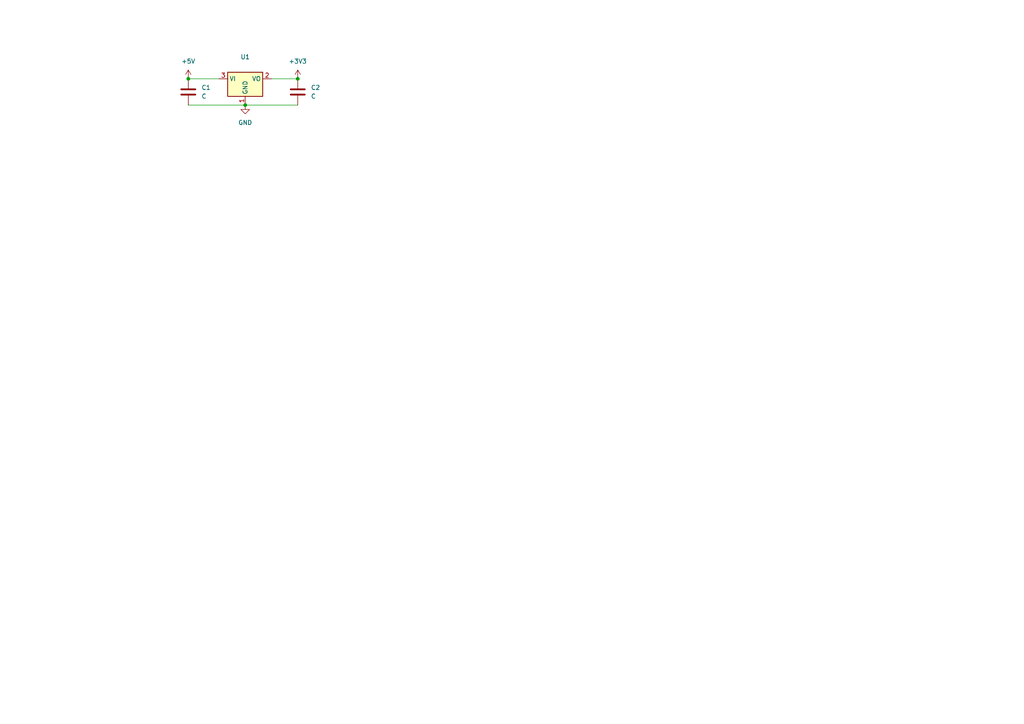
<source format=kicad_sch>
(kicad_sch (version 20231120) (generator "eeschema") (generator_version "8.0")
  (paper "A4")
  (lib_symbols
    (symbol "Device:C" (pin_numbers hide) (pin_names (offset 0.254))
      (property "Reference" "C" (at 0.635 2.54 0))
      (property "Value" "C" (at 0.635 -2.54 0))
      (symbol "C_0_1"
        (polyline (pts (xy -2.032 -0.762) (xy 2.032 -0.762)) (stroke (width 0.508)))
        (polyline (pts (xy -2.032 0.762) (xy 2.032 0.762)) (stroke (width 0.508)))
      )
      (symbol "C_1_1"
        (pin passive line (at 0 3.81 270) (length 2.794) (name "~") (number "1"))
        (pin passive line (at 0 -3.81 90) (length 2.794) (name "~") (number "2"))
      )
    )
    (symbol "Regulator_Linear:NCP1117-3.3_SOT223"
      (property "Reference" "U" (at -3.81 3.175 0))
      (property "Value" "NCP1117-3.3_SOT223" (at 0 3.175 0))
      (symbol "NCP1117-3.3_SOT223_0_1"
        (rectangle (start -5.08 -5.08) (end 5.08 1.905) (stroke (width 0.254)) (fill (type background)))
      )
      (symbol "NCP1117-3.3_SOT223_1_1"
        (pin power_in line (at 0 -7.62 90) (length 2.54) (name "GND") (number "1"))
        (pin power_out line (at 7.62 0 180) (length 2.54) (name "VO") (number "2"))
        (pin power_in line (at -7.62 0 0) (length 2.54) (name "VI") (number "3"))
      )
    )
    (symbol "power:+3V3" (power) (pin_numbers hide) (pin_names (offset 0) hide)
      (property "Value" "+3V3" (at 0 3.556 0))
      (symbol "+3V3_0_1"
        (polyline (pts (xy -0.762 1.27) (xy 0 2.54)))
        (polyline (pts (xy 0 0) (xy 0 2.54)))
        (polyline (pts (xy 0 2.54) (xy 0.762 1.27)))
      )
      (symbol "+3V3_1_1"
        (pin power_in line (at 0 0 90) (length 0) (name "~") (number "1"))
      )
    )
    (symbol "power:+5V" (power) (pin_numbers hide) (pin_names (offset 0) hide)
      (property "Value" "+5V" (at 0 3.556 0))
      (symbol "+5V_0_1"
        (polyline (pts (xy -0.762 1.27) (xy 0 2.54)))
        (polyline (pts (xy 0 0) (xy 0 2.54)))
        (polyline (pts (xy 0 2.54) (xy 0.762 1.27)))
      )
      (symbol "+5V_1_1"
        (pin power_in line (at 0 0 90) (length 0) (name "~") (number "1"))
      )
    )
    (symbol "power:GND" (power) (pin_numbers hide) (pin_names (offset 0) hide)
      (property "Value" "GND" (at 0 -3.81 0))
      (symbol "GND_0_1"
        (polyline (pts (xy 0 0) (xy 0 -1.27) (xy 1.27 -1.27) (xy 0 -2.54) (xy -1.27 -1.27) (xy 0 -1.27)))
      )
      (symbol "GND_1_1"
        (pin power_in line (at 0 0 270) (length 0) (name "~") (number "1"))
      )
    )
  )
  (junction (at 71.12 30.48))
  (junction (at 54.61 22.86))
  (junction (at 86.36 22.86))
  (wire (pts (xy 54.61 30.48) (xy 71.12 30.48)))
  (wire (pts (xy 71.12 30.48) (xy 86.36 30.48)))
  (wire (pts (xy 78.74 22.86) (xy 86.36 22.86)))
  (wire (pts (xy 54.61 22.86) (xy 63.5 22.86)))
  (symbol (lib_id "Device:C") (at 86.36 26.67 0) (unit 1)
    (property "Reference" "C2" (at 90.17 25.3999 0) (effects (justify left)))
    (property "Value" "C" (at 90.17 27.9399 0) (effects (justify left)))
    (property "Footprint" "Capacitor_SMD:C_0603_1608Metric" (effects (hide yes)))
    (property "Description" "Unpolarized capacitor" (effects (hide yes)))
  )
  (symbol (lib_id "Regulator_Linear:NCP1117-3.3_SOT223") (at 71.12 22.86 0) (unit 1)
    (property "Reference" "U1" (at 71.12 16.51 0))
    (property "Value" "NCP1117-3.3_SOT223" (effects (hide yes)))
    (property "Footprint" "Package_TO_SOT_SMD:SOT-223-3_TabPin2" (effects (hide yes)))
    (property "Datasheet" "http://www.onsemi.com/pub_link/Collateral/NCP1117-D.PDF" (effects (hide yes)))
    (property "Description" "1A Low drop-out regulator, Fixed Output 3.3V, SOT-223" (effects (hide yes)))
  )
  (symbol (lib_id "power:+3V3") (at 86.36 22.86 0) (unit 1)
    (property "Reference" "#PWR03" (effects (hide yes)))
    (property "Value" "+3V3" (at 86.36 17.78 0))
    (property "Description" "Power symbol creates a global label with name \"+3V3\"" (effects (hide yes)))
  )
  (symbol (lib_id "Device:C") (at 54.61 26.67 0) (unit 1)
    (property "Reference" "C1" (at 58.42 25.3999 0) (effects (justify left)))
    (property "Value" "C" (at 58.42 27.9399 0) (effects (justify left)))
    (property "Footprint" "Capacitor_SMD:C_0603_1608Metric" (effects (hide yes)))
    (property "Description" "Unpolarized capacitor" (effects (hide yes)))
  )
  (symbol (lib_id "power:+5V") (at 54.61 22.86 0) (unit 1)
    (property "Reference" "#PWR02" (effects (hide yes)))
    (property "Value" "+5V" (at 54.61 17.78 0))
    (property "Description" "Power symbol creates a global label with name \"+5V\"" (effects (hide yes)))
  )
  (symbol (lib_id "power:GND") (at 71.12 30.48 0) (unit 1)
    (property "Reference" "#PWR01" (effects (hide yes)))
    (property "Value" "GND" (at 71.12 35.56 0))
    (property "Description" "Power symbol creates a global label with name \"GND\" , ground" (effects (hide yes)))
  )
)
</source>
